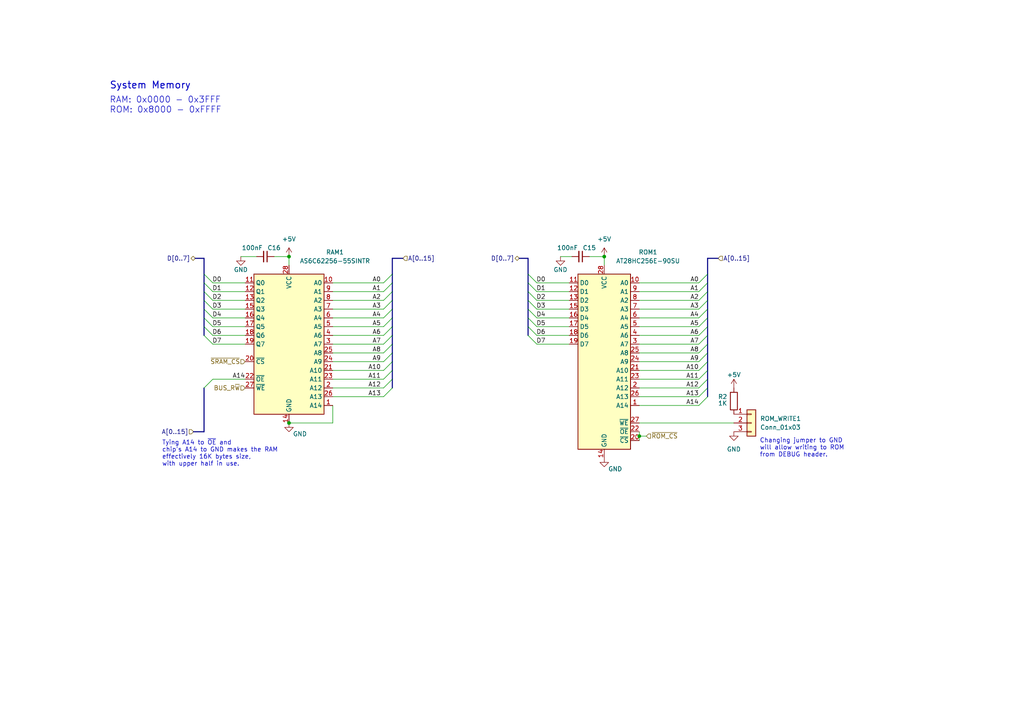
<source format=kicad_sch>
(kicad_sch (version 20211123) (generator eeschema)
  (paper "A4")
  (title_block (title "8puter") (rev "1.0") (company "zrthxn") (comment 1 "https://github.com/zrthxn/8puter") (comment 2 "Open Source Hardware Project") (comment 3 "Homebrew 8-Bit Computer"))
  (lib_symbols
    (symbol "Connector_Generic:Conn_01x03" (pin_names (offset 1.016) hide)
      (property "Reference" "J" (at 0 5.08 0))
      (property "Value" "Conn_01x03" (at 0 -5.08 0))
      (symbol "Conn_01x03_1_1"
        (rectangle (start -1.27 -2.413) (end 0 -2.667) (stroke (width 0.1524)))
        (rectangle (start -1.27 0.127) (end 0 -0.127) (stroke (width 0.1524)))
        (rectangle (start -1.27 2.667) (end 0 2.413) (stroke (width 0.1524)))
        (rectangle (start -1.27 3.81) (end 1.27 -3.81) (stroke (width 0.254)) (fill (type background)))
        (pin passive line (at -5.08 2.54 0) (length 3.81) (name "Pin_1") (number "1"))
        (pin passive line (at -5.08 0 0) (length 3.81) (name "Pin_2") (number "2"))
        (pin passive line (at -5.08 -2.54 0) (length 3.81) (name "Pin_3") (number "3"))
      )
    )
    (symbol "Device:C_Small" (pin_numbers hide) (pin_names (offset 0.254) hide)
      (property "Reference" "C" (at 0.254 1.778 0))
      (property "Value" "C_Small" (at 0.254 -2.032 0))
      (symbol "C_Small_0_1"
        (polyline (pts (xy -1.524 -0.508) (xy 1.524 -0.508)) (stroke (width 0.3302)))
        (polyline (pts (xy -1.524 0.508) (xy 1.524 0.508)) (stroke (width 0.3048)))
      )
      (symbol "C_Small_1_1"
        (pin passive line (at 0 2.54 270) (length 2.032) (name "~") (number "1"))
        (pin passive line (at 0 -2.54 90) (length 2.032) (name "~") (number "2"))
      )
    )
    (symbol "Device:R" (pin_numbers hide) (pin_names (offset 0))
      (property "Reference" "R" (at 2.032 0 90))
      (property "Value" "R" (at 0 0 90))
      (symbol "R_0_1"
        (rectangle (start -1.016 -2.54) (end 1.016 2.54) (stroke (width 0.254)))
      )
      (symbol "R_1_1"
        (pin passive line (at 0 3.81 270) (length 1.27) (name "~") (number "1"))
        (pin passive line (at 0 -3.81 90) (length 1.27) (name "~") (number "2"))
      )
    )
    (symbol "Memory_EEPROM:28C256"
      (property "Reference" "U" (at -7.62 26.67 0))
      (property "Value" "28C256" (at 2.54 -26.67 0))
      (symbol "28C256_1_1"
        (rectangle (start -7.62 25.4) (end 7.62 -25.4) (stroke (width 0.254)) (fill (type background)))
        (pin input line (at -10.16 -12.7 0) (length 2.54) (name "A14") (number "1"))
        (pin input line (at -10.16 22.86 0) (length 2.54) (name "A0") (number "10"))
        (pin tri_state line (at 10.16 22.86 180) (length 2.54) (name "D0") (number "11"))
        (pin tri_state line (at 10.16 20.32 180) (length 2.54) (name "D1") (number "12"))
        (pin tri_state line (at 10.16 17.78 180) (length 2.54) (name "D2") (number "13"))
        (pin power_in line (at 0 -27.94 90) (length 2.54) (name "GND") (number "14"))
        (pin tri_state line (at 10.16 15.24 180) (length 2.54) (name "D3") (number "15"))
        (pin tri_state line (at 10.16 12.7 180) (length 2.54) (name "D4") (number "16"))
        (pin tri_state line (at 10.16 10.16 180) (length 2.54) (name "D5") (number "17"))
        (pin tri_state line (at 10.16 7.62 180) (length 2.54) (name "D6") (number "18"))
        (pin tri_state line (at 10.16 5.08 180) (length 2.54) (name "D7") (number "19"))
        (pin input line (at -10.16 -7.62 0) (length 2.54) (name "A12") (number "2"))
        (pin input line (at -10.16 -22.86 0) (length 2.54) (name "~{CS}") (number "20"))
        (pin input line (at -10.16 -2.54 0) (length 2.54) (name "A10") (number "21"))
        (pin input line (at -10.16 -20.32 0) (length 2.54) (name "~{OE}") (number "22"))
        (pin input line (at -10.16 -5.08 0) (length 2.54) (name "A11") (number "23"))
        (pin input line (at -10.16 0 0) (length 2.54) (name "A9") (number "24"))
        (pin input line (at -10.16 2.54 0) (length 2.54) (name "A8") (number "25"))
        (pin input line (at -10.16 -10.16 0) (length 2.54) (name "A13") (number "26"))
        (pin input line (at -10.16 -17.78 0) (length 2.54) (name "~{WE}") (number "27"))
        (pin power_in line (at 0 27.94 270) (length 2.54) (name "VCC") (number "28"))
        (pin input line (at -10.16 5.08 0) (length 2.54) (name "A7") (number "3"))
        (pin input line (at -10.16 7.62 0) (length 2.54) (name "A6") (number "4"))
        (pin input line (at -10.16 10.16 0) (length 2.54) (name "A5") (number "5"))
        (pin input line (at -10.16 12.7 0) (length 2.54) (name "A4") (number "6"))
        (pin input line (at -10.16 15.24 0) (length 2.54) (name "A3") (number "7"))
        (pin input line (at -10.16 17.78 0) (length 2.54) (name "A2") (number "8"))
        (pin input line (at -10.16 20.32 0) (length 2.54) (name "A1") (number "9"))
      )
    )
    (symbol "Memory_RAM:KM62256CLP"
      (property "Reference" "U" (at -10.16 20.955 0))
      (property "Value" "KM62256CLP" (at 2.54 20.955 0))
      (symbol "KM62256CLP_0_0"
        (pin power_in line (at 0 -22.86 90) (length 2.54) (name "GND") (number "14"))
        (pin power_in line (at 0 22.86 270) (length 2.54) (name "VCC") (number "28"))
      )
      (symbol "KM62256CLP_0_1"
        (rectangle (start -10.16 20.32) (end 10.16 -20.32) (stroke (width 0.254)) (fill (type background)))
      )
      (symbol "KM62256CLP_1_1"
        (pin input line (at -12.7 -17.78 0) (length 2.54) (name "A14") (number "1"))
        (pin input line (at -12.7 17.78 0) (length 2.54) (name "A0") (number "10"))
        (pin tri_state line (at 12.7 17.78 180) (length 2.54) (name "Q0") (number "11"))
        (pin tri_state line (at 12.7 15.24 180) (length 2.54) (name "Q1") (number "12"))
        (pin tri_state line (at 12.7 12.7 180) (length 2.54) (name "Q2") (number "13"))
        (pin tri_state line (at 12.7 10.16 180) (length 2.54) (name "Q3") (number "15"))
        (pin tri_state line (at 12.7 7.62 180) (length 2.54) (name "Q4") (number "16"))
        (pin tri_state line (at 12.7 5.08 180) (length 2.54) (name "Q5") (number "17"))
        (pin tri_state line (at 12.7 2.54 180) (length 2.54) (name "Q6") (number "18"))
        (pin tri_state line (at 12.7 0 180) (length 2.54) (name "Q7") (number "19"))
        (pin input line (at -12.7 -12.7 0) (length 2.54) (name "A12") (number "2"))
        (pin input line (at 12.7 -5.08 180) (length 2.54) (name "~{CS}") (number "20"))
        (pin input line (at -12.7 -7.62 0) (length 2.54) (name "A10") (number "21"))
        (pin input line (at 12.7 -10.16 180) (length 2.54) (name "~{OE}") (number "22"))
        (pin input line (at -12.7 -10.16 0) (length 2.54) (name "A11") (number "23"))
        (pin input line (at -12.7 -5.08 0) (length 2.54) (name "A9") (number "24"))
        (pin input line (at -12.7 -2.54 0) (length 2.54) (name "A8") (number "25"))
        (pin input line (at -12.7 -15.24 0) (length 2.54) (name "A13") (number "26"))
        (pin input line (at 12.7 -12.7 180) (length 2.54) (name "~{WE}") (number "27"))
        (pin input line (at -12.7 0 0) (length 2.54) (name "A7") (number "3"))
        (pin input line (at -12.7 2.54 0) (length 2.54) (name "A6") (number "4"))
        (pin input line (at -12.7 5.08 0) (length 2.54) (name "A5") (number "5"))
        (pin input line (at -12.7 7.62 0) (length 2.54) (name "A4") (number "6"))
        (pin input line (at -12.7 10.16 0) (length 2.54) (name "A3") (number "7"))
        (pin input line (at -12.7 12.7 0) (length 2.54) (name "A2") (number "8"))
        (pin input line (at -12.7 15.24 0) (length 2.54) (name "A1") (number "9"))
      )
    )
    (symbol "power:+5V" (power) (pin_names (offset 0))
      (property "Value" "+5V" (at 0 3.556 0))
      (symbol "+5V_0_1"
        (polyline (pts (xy -0.762 1.27) (xy 0 2.54)))
        (polyline (pts (xy 0 0) (xy 0 2.54)))
        (polyline (pts (xy 0 2.54) (xy 0.762 1.27)))
      )
      (symbol "+5V_1_1"
        (pin power_in line (at 0 0 90) (length 0) hide (name "+5V") (number "1"))
      )
    )
    (symbol "power:GND" (power) (pin_names (offset 0))
      (property "Value" "GND" (at 0 -3.81 0))
      (symbol "GND_0_1"
        (polyline (pts (xy 0 0) (xy 0 -1.27) (xy 1.27 -1.27) (xy 0 -2.54) (xy -1.27 -1.27) (xy 0 -1.27)))
      )
      (symbol "GND_1_1"
        (pin power_in line (at 0 0 270) (length 0) hide (name "GND") (number "1"))
      )
    )
  )
  (junction (at 83.82 122.682))
  (junction (at 83.82 74.422))
  (junction (at 185.42 126.492))
  (junction (at 175.26 74.422))
  (bus_entry (at 205.232 115.062) (size -2.54 2.54))
  (bus_entry (at 155.702 97.282) (size -2.54 -2.54))
  (bus_entry (at 205.232 97.282) (size -2.54 2.54))
  (bus_entry (at 205.232 82.042) (size -2.54 2.54))
  (bus_entry (at 61.722 82.042) (size -2.54 -2.54))
  (bus_entry (at 205.232 89.662) (size -2.54 2.54))
  (bus_entry (at 113.792 87.122) (size -2.54 2.54))
  (bus_entry (at 113.792 89.662) (size -2.54 2.54))
  (bus_entry (at 113.792 92.202) (size -2.54 2.54))
  (bus_entry (at 113.792 82.042) (size -2.54 2.54))
  (bus_entry (at 113.792 84.582) (size -2.54 2.54))
  (bus_entry (at 113.792 94.742) (size -2.54 2.54))
  (bus_entry (at 61.722 109.982) (size -2.54 2.54))
  (bus_entry (at 113.792 112.522) (size -2.54 2.54))
  (bus_entry (at 113.792 109.982) (size -2.54 2.54))
  (bus_entry (at 113.792 99.822) (size -2.54 2.54))
  (bus_entry (at 113.792 97.282) (size -2.54 2.54))
  (bus_entry (at 113.792 102.362) (size -2.54 2.54))
  (bus_entry (at 113.792 107.442) (size -2.54 2.54))
  (bus_entry (at 113.792 104.902) (size -2.54 2.54))
  (bus_entry (at 155.702 99.822) (size -2.54 -2.54))
  (bus_entry (at 205.232 79.502) (size -2.54 2.54))
  (bus_entry (at 61.722 92.202) (size -2.54 -2.54))
  (bus_entry (at 205.232 104.902) (size -2.54 2.54))
  (bus_entry (at 205.232 84.582) (size -2.54 2.54))
  (bus_entry (at 155.702 84.582) (size -2.54 -2.54))
  (bus_entry (at 205.232 112.522) (size -2.54 2.54))
  (bus_entry (at 155.702 89.662) (size -2.54 -2.54))
  (bus_entry (at 61.722 84.582) (size -2.54 -2.54))
  (bus_entry (at 61.722 99.822) (size -2.54 -2.54))
  (bus_entry (at 61.722 89.662) (size -2.54 -2.54))
  (bus_entry (at 205.232 94.742) (size -2.54 2.54))
  (bus_entry (at 205.232 107.442) (size -2.54 2.54))
  (bus_entry (at 155.702 94.742) (size -2.54 -2.54))
  (bus_entry (at 205.232 92.202) (size -2.54 2.54))
  (bus_entry (at 113.792 79.502) (size -2.54 2.54))
  (bus_entry (at 61.722 94.742) (size -2.54 -2.54))
  (bus_entry (at 205.232 87.122) (size -2.54 2.54))
  (bus_entry (at 61.722 97.282) (size -2.54 -2.54))
  (bus_entry (at 205.232 109.982) (size -2.54 2.54))
  (bus_entry (at 155.702 82.042) (size -2.54 -2.54))
  (bus_entry (at 155.702 87.122) (size -2.54 -2.54))
  (bus_entry (at 205.232 99.822) (size -2.54 2.54))
  (bus_entry (at 205.232 102.362) (size -2.54 2.54))
  (bus_entry (at 61.722 87.122) (size -2.54 -2.54))
  (bus_entry (at 155.702 92.202) (size -2.54 -2.54))
  (bus (pts (xy 56.134 125.222) (xy 59.182 125.222)))
  (bus (pts (xy 205.232 97.282) (xy 205.232 99.822)))
  (bus (pts (xy 205.232 104.902) (xy 205.232 107.442)))
  (wire (pts (xy 185.42 107.442) (xy 202.692 107.442)))
  (bus (pts (xy 113.792 92.202) (xy 113.792 94.742)))
  (wire (pts (xy 61.722 97.282) (xy 71.12 97.282)))
  (bus (pts (xy 56.642 74.93) (xy 59.182 74.93)))
  (wire (pts (xy 175.26 74.422) (xy 170.942 74.422)))
  (bus (pts (xy 116.84 74.93) (xy 113.792 74.93)))
  (bus (pts (xy 113.792 89.662) (xy 113.792 92.202)))
  (wire (pts (xy 155.702 99.822) (xy 165.1 99.822)))
  (wire (pts (xy 96.52 82.042) (xy 111.252 82.042)))
  (wire (pts (xy 155.702 92.202) (xy 165.1 92.202)))
  (bus (pts (xy 153.162 92.202) (xy 153.162 89.662)))
  (wire (pts (xy 83.82 74.422) (xy 83.82 76.962)))
  (bus (pts (xy 113.792 97.282) (xy 113.792 99.822)))
  (bus (pts (xy 205.232 84.582) (xy 205.232 87.122)))
  (wire (pts (xy 96.52 104.902) (xy 111.252 104.902)))
  (wire (pts (xy 96.52 107.442) (xy 111.252 107.442)))
  (bus (pts (xy 113.792 84.582) (xy 113.792 87.122)))
  (wire (pts (xy 155.702 89.662) (xy 165.1 89.662)))
  (bus (pts (xy 113.792 79.502) (xy 113.792 82.042)))
  (wire (pts (xy 83.82 74.422) (xy 79.502 74.422)))
  (wire (pts (xy 155.702 84.582) (xy 165.1 84.582)))
  (bus (pts (xy 153.162 79.502) (xy 153.162 82.042)))
  (bus (pts (xy 113.792 109.982) (xy 113.792 112.522)))
  (wire (pts (xy 185.42 126.492) (xy 185.42 127.762)))
  (bus (pts (xy 153.162 74.93) (xy 153.162 79.502)))
  (wire (pts (xy 162.56 74.422) (xy 165.862 74.422)))
  (bus (pts (xy 113.792 94.742) (xy 113.792 97.282)))
  (wire (pts (xy 96.52 112.522) (xy 111.252 112.522)))
  (wire (pts (xy 185.42 82.042) (xy 202.692 82.042)))
  (wire (pts (xy 155.702 87.122) (xy 165.1 87.122)))
  (bus (pts (xy 59.182 112.522) (xy 59.182 125.222)))
  (bus (pts (xy 113.792 99.822) (xy 113.792 102.362)))
  (wire (pts (xy 185.42 89.662) (xy 202.692 89.662)))
  (wire (pts (xy 185.42 102.362) (xy 202.692 102.362)))
  (bus (pts (xy 153.162 89.662) (xy 153.162 87.122)))
  (wire (pts (xy 96.52 117.602) (xy 96.52 122.682)))
  (wire (pts (xy 175.26 76.962) (xy 175.26 74.422)))
  (wire (pts (xy 155.702 82.042) (xy 165.1 82.042)))
  (wire (pts (xy 185.42 115.062) (xy 202.692 115.062)))
  (wire (pts (xy 185.42 109.982) (xy 202.692 109.982)))
  (wire (pts (xy 96.52 87.122) (xy 111.252 87.122)))
  (bus (pts (xy 153.162 84.582) (xy 153.162 82.042)))
  (wire (pts (xy 96.52 102.362) (xy 111.252 102.362)))
  (wire (pts (xy 69.85 74.422) (xy 74.422 74.422)))
  (wire (pts (xy 61.722 84.582) (xy 71.12 84.582)))
  (wire (pts (xy 185.42 94.742) (xy 202.692 94.742)))
  (bus (pts (xy 205.232 87.122) (xy 205.232 89.662)))
  (wire (pts (xy 61.722 89.662) (xy 71.12 89.662)))
  (bus (pts (xy 205.232 79.502) (xy 205.232 82.042)))
  (bus (pts (xy 59.182 89.662) (xy 59.182 87.122)))
  (bus (pts (xy 205.232 107.442) (xy 205.232 109.982)))
  (wire (pts (xy 61.722 82.042) (xy 71.12 82.042)))
  (bus (pts (xy 113.792 87.122) (xy 113.792 89.662)))
  (wire (pts (xy 96.52 89.662) (xy 111.252 89.662)))
  (bus (pts (xy 59.182 94.742) (xy 59.182 92.202)))
  (bus (pts (xy 153.162 87.122) (xy 153.162 84.582)))
  (bus (pts (xy 113.792 82.042) (xy 113.792 84.582)))
  (wire (pts (xy 61.722 92.202) (xy 71.12 92.202)))
  (wire (pts (xy 185.42 112.522) (xy 202.692 112.522)))
  (bus (pts (xy 59.182 84.582) (xy 59.182 82.042)))
  (bus (pts (xy 153.162 94.742) (xy 153.162 92.202)))
  (bus (pts (xy 205.232 99.822) (xy 205.232 102.362)))
  (bus (pts (xy 59.182 92.202) (xy 59.182 89.662)))
  (wire (pts (xy 61.722 94.742) (xy 71.12 94.742)))
  (wire (pts (xy 96.52 99.822) (xy 111.252 99.822)))
  (bus (pts (xy 59.182 79.502) (xy 59.182 82.042)))
  (bus (pts (xy 205.232 74.93) (xy 205.232 79.502)))
  (bus (pts (xy 205.232 89.662) (xy 205.232 92.202)))
  (bus (pts (xy 205.232 82.042) (xy 205.232 84.582)))
  (bus (pts (xy 59.182 97.282) (xy 59.182 94.742)))
  (wire (pts (xy 96.52 92.202) (xy 111.252 92.202)))
  (bus (pts (xy 153.162 97.282) (xy 153.162 94.742)))
  (bus (pts (xy 113.792 107.442) (xy 113.792 109.982)))
  (bus (pts (xy 205.232 112.522) (xy 205.232 115.062)))
  (wire (pts (xy 155.702 97.282) (xy 165.1 97.282)))
  (wire (pts (xy 185.42 97.282) (xy 202.692 97.282)))
  (bus (pts (xy 205.232 92.202) (xy 205.232 94.742)))
  (wire (pts (xy 155.702 94.742) (xy 165.1 94.742)))
  (bus (pts (xy 205.232 109.982) (xy 205.232 112.522)))
  (wire (pts (xy 96.52 115.062) (xy 111.252 115.062)))
  (wire (pts (xy 96.52 109.982) (xy 111.252 109.982)))
  (wire (pts (xy 96.52 84.582) (xy 111.252 84.582)))
  (wire (pts (xy 61.722 109.982) (xy 71.12 109.982)))
  (wire (pts (xy 96.52 97.282) (xy 111.252 97.282)))
  (bus (pts (xy 205.232 94.742) (xy 205.232 97.282)))
  (bus (pts (xy 205.232 102.362) (xy 205.232 104.902)))
  (wire (pts (xy 185.42 104.902) (xy 202.692 104.902)))
  (wire (pts (xy 96.52 94.742) (xy 111.252 94.742)))
  (bus (pts (xy 150.622 74.93) (xy 153.162 74.93)))
  (bus (pts (xy 113.792 74.93) (xy 113.792 79.502)))
  (wire (pts (xy 185.42 84.582) (xy 202.692 84.582)))
  (wire (pts (xy 185.42 92.202) (xy 202.692 92.202)))
  (bus (pts (xy 113.792 104.902) (xy 113.792 107.442)))
  (wire (pts (xy 96.52 122.682) (xy 83.82 122.682)))
  (wire (pts (xy 185.42 87.122) (xy 202.692 87.122)))
  (bus (pts (xy 59.182 74.93) (xy 59.182 79.502)))
  (wire (pts (xy 185.42 117.602) (xy 202.692 117.602)))
  (bus (pts (xy 59.182 87.122) (xy 59.182 84.582)))
  (bus (pts (xy 208.28 74.93) (xy 205.232 74.93)))
  (wire (pts (xy 185.42 122.682) (xy 212.852 122.682)))
  (wire (pts (xy 61.722 87.122) (xy 71.12 87.122)))
  (bus (pts (xy 113.792 102.362) (xy 113.792 104.902)))
  (wire (pts (xy 61.722 99.822) (xy 71.12 99.822)))
  (wire (pts (xy 185.42 99.822) (xy 202.692 99.822)))
  (wire (pts (xy 185.42 126.492) (xy 187.452 126.492)))
  (wire (pts (xy 185.42 125.222) (xy 185.42 126.492)))
  (text "RAM: 0x0000 - 0x3FFF\nROM: 0x8000 - 0xFFFF" (at 31.75 33.02 0) (effects (font (size 1.8 1.8)) (justify left bottom)))
  (text "System Memory" (at 31.75 26.035 0) (effects (font (size 2 2) (thickness 0.254) bold) (justify left bottom)))
  (text "Tying A14 to ~{OE} and \nchip's A14 to GND makes the RAM\neffectively 16K bytes size,\nwith upper half in use." (at 46.99 135.382 0) (effects (font (size 1.27 1.27)) (justify left bottom)))
  (text "Changing jumper to GND\nwill allow writing to ROM \nfrom DEBUG header." (at 220.345 132.715 0) (effects (font (size 1.27 1.27)) (justify left bottom)))
  (label "A10" (at 110.49 107.442 180))
  (label "A5" (at 110.49 94.742 180))
  (label "A0" (at 202.692 82.042 180))
  (label "A8" (at 202.692 102.362 180))
  (label "D7" (at 64.262 99.822 180))
  (label "A13" (at 110.49 115.062 180))
  (label "D5" (at 64.262 94.742 180))
  (label "A9" (at 110.49 104.902 180))
  (label "A5" (at 202.692 94.742 180))
  (label "A7" (at 110.49 99.822 180))
  (label "A0" (at 110.49 82.042 180))
  (label "A3" (at 202.692 89.662 180))
  (label "A13" (at 202.692 115.062 180))
  (label "A12" (at 202.692 112.522 180))
  (label "D6" (at 158.242 97.282 180))
  (label "A7" (at 202.692 99.822 180))
  (label "A8" (at 110.49 102.362 180))
  (label "D3" (at 158.242 89.662 180))
  (label "D2" (at 64.262 87.122 180))
  (label "A4" (at 110.49 92.202 180))
  (label "A12" (at 110.49 112.522 180))
  (label "D0" (at 64.262 82.042 180))
  (label "A1" (at 110.49 84.582 180))
  (label "A2" (at 202.692 87.122 180))
  (label "A14" (at 202.692 117.602 180))
  (label "D0" (at 158.242 82.042 180))
  (label "A6" (at 202.692 97.282 180))
  (label "D1" (at 64.262 84.582 180))
  (label "D4" (at 158.242 92.202 180))
  (label "A2" (at 110.49 87.122 180))
  (label "D7" (at 158.242 99.822 180))
  (label "A10" (at 202.692 107.442 180))
  (label "A4" (at 202.692 92.202 180))
  (label "A11" (at 110.49 109.982 180))
  (label "A3" (at 110.49 89.662 180))
  (label "A9" (at 202.692 104.902 180))
  (label "D4" (at 64.262 92.202 180))
  (label "D6" (at 64.262 97.282 180))
  (label "A1" (at 202.692 84.582 180))
  (label "A6" (at 110.49 97.282 180))
  (label "D3" (at 64.262 89.662 180))
  (label "D1" (at 158.242 84.582 180))
  (label "D2" (at 158.242 87.122 180))
  (label "A11" (at 202.692 109.982 180))
  (label "D5" (at 158.242 94.742 180))
  (label "A14" (at 71.12 109.982 180))
  (hierarchical_label "BUS_R~{W}" (shape input) (at 71.12 112.522 180))
  (hierarchical_label "D[0..7]" (shape bidirectional) (at 150.622 74.93 180))
  (hierarchical_label "A[0..15]" (shape input) (at 208.28 74.93 0))
  (hierarchical_label "~{SRAM_CS}" (shape input) (at 71.12 104.902 180))
  (hierarchical_label "A[0..15]" (shape input) (at 116.84 74.93 0))
  (hierarchical_label "D[0..7]" (shape bidirectional) (at 56.642 74.93 180))
  (hierarchical_label "A[0..15]" (shape input) (at 56.134 125.222 180))
  (hierarchical_label "~{ROM_CS}" (shape input) (at 187.452 126.492 0))
  (symbol (lib_id "power:+5V") (at 212.852 112.522 0) (mirror y) (unit 1)
    (property "Reference" "#PWR011" (effects hide))
    (property "Value" "+5V" (at 212.852 108.712 0))
  )
  (symbol (lib_id "Device:R") (at 212.852 116.332 0) (mirror y) (unit 1)
    (property "Reference" "R2" (at 210.947 115.062 0) (effects (justify left)))
    (property "Value" "1K" (at 210.947 116.967 0) (effects (justify left)))
    (property "Footprint" "Resistor_SMD:R_0805_2012Metric" (effects hide))
  )
  (symbol (lib_id "power:GND") (at 212.852 125.222 0) (unit 1)
    (property "Reference" "#PWR0136" (effects hide))
    (property "Value" "GND" (at 212.852 130.302 0))
  )
  (symbol (lib_id "power:GND") (at 83.82 122.682 0) (mirror y) (unit 1)
    (property "Reference" "#PWR042" (effects hide))
    (property "Value" "GND" (at 86.995 125.857 0))
  )
  (symbol (lib_id "power:GND") (at 69.85 74.422 0) (mirror y) (unit 1)
    (property "Reference" "#PWR044" (effects hide))
    (property "Value" "GND" (at 69.85 78.232 0))
  )
  (symbol (lib_id "Connector_Generic:Conn_01x03") (at 217.932 122.682 0) (unit 1)
    (property "Reference" "ROM_WRITE1" (at 220.472 121.4119 0) (effects (justify left)))
    (property "Value" "Conn_01x03" (at 220.472 123.9519 0) (effects (justify left)))
    (property "Footprint" "Connector_PinHeader_2.54mm:PinHeader_1x03_P2.54mm_Vertical" (effects hide))
  )
  (symbol (lib_id "Device:C_Small") (at 168.402 74.422 270) (unit 1)
    (property "Reference" "C15" (at 170.942 71.882 90))
    (property "Value" "100nF" (at 164.592 71.882 90))
    (property "Footprint" "Capacitor_SMD:C_0805_2012Metric" (effects hide))
  )
  (symbol (lib_id "power:GND") (at 175.26 132.842 0) (mirror y) (unit 1)
    (property "Reference" "#PWR010" (effects hide))
    (property "Value" "GND" (at 178.435 136.017 0))
  )
  (symbol (lib_id "power:GND") (at 162.56 74.422 0) (unit 1)
    (property "Reference" "#PWR041" (effects hide))
    (property "Value" "GND" (at 162.56 78.232 0))
  )
  (symbol (lib_id "Device:C_Small") (at 76.962 74.422 270) (mirror x) (unit 1)
    (property "Reference" "C16" (at 79.502 71.882 90))
    (property "Value" "100nF" (at 73.152 71.882 90))
    (property "Footprint" "Capacitor_SMD:C_0805_2012Metric" (effects hide))
  )
  (symbol (lib_id "Memory_EEPROM:28C256") (at 175.26 104.902 0) (mirror y) (unit 1)
    (property "Reference" "ROM1" (at 187.96 73.152 0))
    (property "Value" "AT28HC256E-90SU" (at 187.96 75.692 0))
    (property "Footprint" "Package_SO:SOIC-28W_7.5x17.9mm_P1.27mm" (effects hide))
    (property "Datasheet" "http://ww1.microchip.com/downloads/en/DeviceDoc/doc0006.pdf" (effects hide))
  )
  (symbol (lib_id "power:+5V") (at 175.26 74.422 0) (unit 1)
    (property "Reference" "#PWR040" (effects hide))
    (property "Value" "+5V" (at 175.26 69.342 0))
  )
  (symbol (lib_id "Memory_RAM:KM62256CLP") (at 83.82 99.822 0) (mirror y) (unit 1)
    (property "Reference" "RAM1" (at 97.155 73.152 0))
    (property "Value" "AS6C62256-55SINTR" (at 97.155 75.692 0))
    (property "Footprint" "Package_SO:SOIC-28W_7.5x17.9mm_P1.27mm" (effects hide))
    (property "Datasheet" "https://www.alliancememory.com/wp-content/uploads/pdf/AS6C62256.pdf" (effects hide))
  )
  (symbol (lib_id "power:+5V") (at 83.82 74.422 0) (mirror y) (unit 1)
    (property "Reference" "#PWR043" (effects hide))
    (property "Value" "+5V" (at 83.82 69.342 0))
  )
)
</source>
